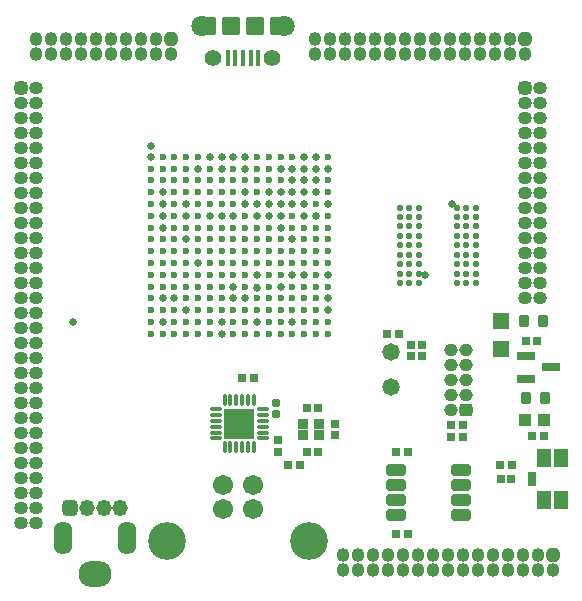
<source format=gts>
G04*
G04 #@! TF.GenerationSoftware,Altium Limited,Altium Designer,19.1.6 (110)*
G04*
G04 Layer_Color=8388736*
%FSLAX25Y25*%
%MOIN*%
G70*
G01*
G75*
G04:AMPARAMS|DCode=18|XSize=59.06mil|YSize=61.02mil|CornerRadius=7.68mil|HoleSize=0mil|Usage=FLASHONLY|Rotation=180.000|XOffset=0mil|YOffset=0mil|HoleType=Round|Shape=RoundedRectangle|*
%AMROUNDEDRECTD18*
21,1,0.05906,0.04567,0,0,180.0*
21,1,0.04370,0.06102,0,0,180.0*
1,1,0.01535,-0.02185,0.02284*
1,1,0.01535,0.02185,0.02284*
1,1,0.01535,0.02185,-0.02284*
1,1,0.01535,-0.02185,-0.02284*
%
%ADD18ROUNDEDRECTD18*%
G04:AMPARAMS|DCode=19|XSize=51.18mil|YSize=62.99mil|CornerRadius=6.65mil|HoleSize=0mil|Usage=FLASHONLY|Rotation=180.000|XOffset=0mil|YOffset=0mil|HoleType=Round|Shape=RoundedRectangle|*
%AMROUNDEDRECTD19*
21,1,0.05118,0.04969,0,0,180.0*
21,1,0.03787,0.06299,0,0,180.0*
1,1,0.01331,-0.01894,0.02484*
1,1,0.01331,0.01894,0.02484*
1,1,0.01331,0.01894,-0.02484*
1,1,0.01331,-0.01894,-0.02484*
%
%ADD19ROUNDEDRECTD19*%
G04:AMPARAMS|DCode=20|XSize=15.75mil|YSize=53.15mil|CornerRadius=2.05mil|HoleSize=0mil|Usage=FLASHONLY|Rotation=180.000|XOffset=0mil|YOffset=0mil|HoleType=Round|Shape=RoundedRectangle|*
%AMROUNDEDRECTD20*
21,1,0.01575,0.04906,0,0,180.0*
21,1,0.01165,0.05315,0,0,180.0*
1,1,0.00409,-0.00583,0.02453*
1,1,0.00409,0.00583,0.02453*
1,1,0.00409,0.00583,-0.02453*
1,1,0.00409,-0.00583,-0.02453*
%
%ADD20ROUNDEDRECTD20*%
%ADD37R,0.03661X0.03465*%
G04:AMPARAMS|DCode=38|XSize=15.35mil|YSize=38.58mil|CornerRadius=5.12mil|HoleSize=0mil|Usage=FLASHONLY|Rotation=0.000|XOffset=0mil|YOffset=0mil|HoleType=Round|Shape=RoundedRectangle|*
%AMROUNDEDRECTD38*
21,1,0.01535,0.02835,0,0,0.0*
21,1,0.00512,0.03858,0,0,0.0*
1,1,0.01024,0.00256,-0.01417*
1,1,0.01024,-0.00256,-0.01417*
1,1,0.01024,-0.00256,0.01417*
1,1,0.01024,0.00256,0.01417*
%
%ADD38ROUNDEDRECTD38*%
G04:AMPARAMS|DCode=39|XSize=15.35mil|YSize=38.58mil|CornerRadius=5.12mil|HoleSize=0mil|Usage=FLASHONLY|Rotation=270.000|XOffset=0mil|YOffset=0mil|HoleType=Round|Shape=RoundedRectangle|*
%AMROUNDEDRECTD39*
21,1,0.01535,0.02835,0,0,270.0*
21,1,0.00512,0.03858,0,0,270.0*
1,1,0.01024,-0.01417,-0.00256*
1,1,0.01024,-0.01417,0.00256*
1,1,0.01024,0.01417,0.00256*
1,1,0.01024,0.01417,-0.00256*
%
%ADD39ROUNDEDRECTD39*%
%ADD40R,0.10394X0.10394*%
%ADD41C,0.02362*%
%ADD42C,0.05800*%
G04:AMPARAMS|DCode=43|XSize=35.5mil|YSize=39.43mil|CornerRadius=6.1mil|HoleSize=0mil|Usage=FLASHONLY|Rotation=0.000|XOffset=0mil|YOffset=0mil|HoleType=Round|Shape=RoundedRectangle|*
%AMROUNDEDRECTD43*
21,1,0.03550,0.02724,0,0,0.0*
21,1,0.02331,0.03943,0,0,0.0*
1,1,0.01219,0.01165,-0.01362*
1,1,0.01219,-0.01165,-0.01362*
1,1,0.01219,-0.01165,0.01362*
1,1,0.01219,0.01165,0.01362*
%
%ADD43ROUNDEDRECTD43*%
%ADD44R,0.05918X0.03162*%
%ADD45R,0.05524X0.05524*%
%ADD46C,0.02165*%
%ADD47R,0.04934X0.06312*%
%ADD48R,0.02769X0.05131*%
%ADD49R,0.03950X0.03950*%
G04:AMPARAMS|DCode=50|XSize=39.58mil|YSize=67.25mil|CornerRadius=11.89mil|HoleSize=0mil|Usage=FLASHONLY|Rotation=270.000|XOffset=0mil|YOffset=0mil|HoleType=Round|Shape=RoundedRectangle|*
%AMROUNDEDRECTD50*
21,1,0.03958,0.04347,0,0,270.0*
21,1,0.01579,0.06725,0,0,270.0*
1,1,0.02379,-0.02173,-0.00789*
1,1,0.02379,-0.02173,0.00789*
1,1,0.02379,0.02173,0.00789*
1,1,0.02379,0.02173,-0.00789*
%
%ADD50ROUNDEDRECTD50*%
G04:AMPARAMS|DCode=51|XSize=27.69mil|YSize=29.65mil|CornerRadius=8.92mil|HoleSize=0mil|Usage=FLASHONLY|Rotation=270.000|XOffset=0mil|YOffset=0mil|HoleType=Round|Shape=RoundedRectangle|*
%AMROUNDEDRECTD51*
21,1,0.02769,0.01181,0,0,270.0*
21,1,0.00984,0.02965,0,0,270.0*
1,1,0.01784,-0.00591,-0.00492*
1,1,0.01784,-0.00591,0.00492*
1,1,0.01784,0.00591,0.00492*
1,1,0.01784,0.00591,-0.00492*
%
%ADD51ROUNDEDRECTD51*%
%ADD52R,0.02769X0.02769*%
%ADD53R,0.02769X0.02769*%
G04:AMPARAMS|DCode=54|XSize=27.69mil|YSize=29.65mil|CornerRadius=8.92mil|HoleSize=0mil|Usage=FLASHONLY|Rotation=180.000|XOffset=0mil|YOffset=0mil|HoleType=Round|Shape=RoundedRectangle|*
%AMROUNDEDRECTD54*
21,1,0.02769,0.01181,0,0,180.0*
21,1,0.00984,0.02965,0,0,180.0*
1,1,0.01784,-0.00492,0.00591*
1,1,0.01784,0.00492,0.00591*
1,1,0.01784,0.00492,-0.00591*
1,1,0.01784,-0.00492,-0.00591*
%
%ADD54ROUNDEDRECTD54*%
%ADD55O,0.04540X0.04343*%
G04:AMPARAMS|DCode=56|XSize=43.43mil|YSize=45.4mil|CornerRadius=12.86mil|HoleSize=0mil|Usage=FLASHONLY|Rotation=270.000|XOffset=0mil|YOffset=0mil|HoleType=Round|Shape=RoundedRectangle|*
%AMROUNDEDRECTD56*
21,1,0.04343,0.01968,0,0,270.0*
21,1,0.01772,0.04540,0,0,270.0*
1,1,0.02572,-0.00984,-0.00886*
1,1,0.02572,-0.00984,0.00886*
1,1,0.02572,0.00984,0.00886*
1,1,0.02572,0.00984,-0.00886*
%
%ADD56ROUNDEDRECTD56*%
G04:AMPARAMS|DCode=57|XSize=43.43mil|YSize=45.4mil|CornerRadius=12.86mil|HoleSize=0mil|Usage=FLASHONLY|Rotation=180.000|XOffset=0mil|YOffset=0mil|HoleType=Round|Shape=RoundedRectangle|*
%AMROUNDEDRECTD57*
21,1,0.04343,0.01968,0,0,180.0*
21,1,0.01772,0.04540,0,0,180.0*
1,1,0.02572,-0.00886,0.00984*
1,1,0.02572,0.00886,0.00984*
1,1,0.02572,0.00886,-0.00984*
1,1,0.02572,-0.00886,-0.00984*
%
%ADD57ROUNDEDRECTD57*%
%ADD58O,0.04343X0.04540*%
%ADD59C,0.07087*%
%ADD60C,0.05500*%
%ADD61O,0.04488X0.04291*%
G04:AMPARAMS|DCode=62|XSize=42.91mil|YSize=44.88mil|CornerRadius=12.11mil|HoleSize=0mil|Usage=FLASHONLY|Rotation=90.000|XOffset=0mil|YOffset=0mil|HoleType=Round|Shape=RoundedRectangle|*
%AMROUNDEDRECTD62*
21,1,0.04291,0.02067,0,0,90.0*
21,1,0.01870,0.04488,0,0,90.0*
1,1,0.02421,0.01034,0.00935*
1,1,0.02421,0.01034,-0.00935*
1,1,0.02421,-0.01034,-0.00935*
1,1,0.02421,-0.01034,0.00935*
%
%ADD62ROUNDEDRECTD62*%
%ADD63C,0.06706*%
%ADD64C,0.12611*%
%ADD65O,0.06312X0.11036*%
%ADD66O,0.05079X0.05472*%
G04:AMPARAMS|DCode=67|XSize=50.79mil|YSize=54.72mil|CornerRadius=14.57mil|HoleSize=0mil|Usage=FLASHONLY|Rotation=0.000|XOffset=0mil|YOffset=0mil|HoleType=Round|Shape=RoundedRectangle|*
%AMROUNDEDRECTD67*
21,1,0.05079,0.02559,0,0,0.0*
21,1,0.02165,0.05472,0,0,0.0*
1,1,0.02913,0.01083,-0.01280*
1,1,0.02913,-0.01083,-0.01280*
1,1,0.02913,-0.01083,0.01280*
1,1,0.02913,0.01083,0.01280*
%
%ADD67ROUNDEDRECTD67*%
%ADD68O,0.11036X0.08674*%
%ADD69C,0.02520*%
%ADD70C,0.02572*%
D18*
X148819Y240551D02*
D03*
X140945D02*
D03*
D19*
X156461D02*
D03*
X133302D02*
D03*
D20*
X150000Y229921D02*
D03*
X147441D02*
D03*
X144882D02*
D03*
X142323D02*
D03*
X139764D02*
D03*
D37*
X170374Y107874D02*
D03*
Y103937D02*
D03*
X165059Y107874D02*
D03*
Y103937D02*
D03*
D38*
X148622Y115787D02*
D03*
X146653D02*
D03*
X144685D02*
D03*
X148622Y99961D02*
D03*
X146653D02*
D03*
X144685D02*
D03*
X140748Y115787D02*
D03*
X142717D02*
D03*
X138779D02*
D03*
X140748Y99961D02*
D03*
X142717D02*
D03*
X138779D02*
D03*
D39*
X151614Y110827D02*
D03*
Y108858D02*
D03*
Y112795D02*
D03*
Y106890D02*
D03*
Y104921D02*
D03*
Y102953D02*
D03*
X135787Y112795D02*
D03*
Y108858D02*
D03*
Y106890D02*
D03*
Y110827D02*
D03*
Y104921D02*
D03*
Y102953D02*
D03*
D40*
X143701Y107874D02*
D03*
D41*
X173228Y196850D02*
D03*
X169291D02*
D03*
X173228Y192913D02*
D03*
X165354D02*
D03*
X169291D02*
D03*
X173228Y188976D02*
D03*
Y185039D02*
D03*
X169291Y188976D02*
D03*
Y185039D02*
D03*
X165354Y196850D02*
D03*
X161417D02*
D03*
Y192913D02*
D03*
X157480Y196850D02*
D03*
Y192913D02*
D03*
X165354Y188976D02*
D03*
Y185039D02*
D03*
X161417Y188976D02*
D03*
Y185039D02*
D03*
X173228Y177165D02*
D03*
Y181102D02*
D03*
Y173228D02*
D03*
X169291Y181102D02*
D03*
Y177165D02*
D03*
X173228Y169291D02*
D03*
Y165354D02*
D03*
X169291Y173228D02*
D03*
Y169291D02*
D03*
X165354Y181102D02*
D03*
Y177165D02*
D03*
X161417Y181102D02*
D03*
Y177165D02*
D03*
X165354Y173228D02*
D03*
Y169291D02*
D03*
X161417Y173228D02*
D03*
Y169291D02*
D03*
X153543Y192913D02*
D03*
Y196850D02*
D03*
X157480Y188976D02*
D03*
X149606Y192913D02*
D03*
X153543Y188976D02*
D03*
X157480Y185039D02*
D03*
X153543Y181102D02*
D03*
X149606Y188976D02*
D03*
X153543Y185039D02*
D03*
X145669Y196850D02*
D03*
X149606D02*
D03*
X145669Y192913D02*
D03*
Y188976D02*
D03*
Y185039D02*
D03*
X149606D02*
D03*
X141732Y181102D02*
D03*
X145669D02*
D03*
X157480Y177165D02*
D03*
Y181102D02*
D03*
X153543Y177165D02*
D03*
X149606Y181102D02*
D03*
Y177165D02*
D03*
X157480Y173228D02*
D03*
Y169291D02*
D03*
X153543Y173228D02*
D03*
Y169291D02*
D03*
X145669Y177165D02*
D03*
X149606Y173228D02*
D03*
X141732Y177165D02*
D03*
X145669Y173228D02*
D03*
Y169291D02*
D03*
X149606D02*
D03*
X173228Y161417D02*
D03*
X169291Y165354D02*
D03*
X173228Y157480D02*
D03*
X169291Y161417D02*
D03*
Y157480D02*
D03*
X173228Y153543D02*
D03*
X165354Y165354D02*
D03*
Y161417D02*
D03*
X161417Y165354D02*
D03*
Y161417D02*
D03*
X165354Y157480D02*
D03*
X169291Y153543D02*
D03*
X161417Y157480D02*
D03*
Y153543D02*
D03*
X173228Y145669D02*
D03*
Y149606D02*
D03*
Y141732D02*
D03*
X169291Y149606D02*
D03*
Y145669D02*
D03*
Y141732D02*
D03*
X173228Y137795D02*
D03*
X165354D02*
D03*
X169291D02*
D03*
X165354Y153543D02*
D03*
Y149606D02*
D03*
X161417D02*
D03*
Y145669D02*
D03*
X165354D02*
D03*
Y141732D02*
D03*
X161417D02*
D03*
Y137795D02*
D03*
X157480Y165354D02*
D03*
X153543D02*
D03*
X157480Y161417D02*
D03*
X149606D02*
D03*
X153543D02*
D03*
X157480Y157480D02*
D03*
Y153543D02*
D03*
X153543Y157480D02*
D03*
Y153543D02*
D03*
X145669Y165354D02*
D03*
X149606D02*
D03*
X141732Y161417D02*
D03*
X145669D02*
D03*
X149606Y157480D02*
D03*
Y153543D02*
D03*
X145669Y157480D02*
D03*
Y153543D02*
D03*
X157480Y149606D02*
D03*
X153543D02*
D03*
X157480Y145669D02*
D03*
X149606D02*
D03*
X153543D02*
D03*
X157480Y141732D02*
D03*
Y137795D02*
D03*
X153543Y141732D02*
D03*
Y137795D02*
D03*
X145669Y149606D02*
D03*
X149606D02*
D03*
X141732Y153543D02*
D03*
X145669Y145669D02*
D03*
X149606Y141732D02*
D03*
Y137795D02*
D03*
X145669Y141732D02*
D03*
Y137795D02*
D03*
X141732Y196850D02*
D03*
X137795D02*
D03*
X141732Y192913D02*
D03*
X133858Y196850D02*
D03*
X137795Y192913D02*
D03*
X141732Y188976D02*
D03*
Y185039D02*
D03*
X137795Y188976D02*
D03*
Y185039D02*
D03*
X129921Y196850D02*
D03*
X133858Y192913D02*
D03*
Y188976D02*
D03*
Y185039D02*
D03*
X129921Y192913D02*
D03*
Y188976D02*
D03*
X137795Y177165D02*
D03*
Y181102D02*
D03*
X141732Y173228D02*
D03*
X133858Y177165D02*
D03*
X137795Y173228D02*
D03*
X141732Y169291D02*
D03*
Y165354D02*
D03*
X137795Y169291D02*
D03*
Y165354D02*
D03*
X133858Y181102D02*
D03*
Y173228D02*
D03*
X129921Y185039D02*
D03*
Y173228D02*
D03*
X133858Y169291D02*
D03*
Y165354D02*
D03*
X129921Y169291D02*
D03*
Y165354D02*
D03*
X125984Y192913D02*
D03*
Y196850D02*
D03*
Y188976D02*
D03*
X122047Y196850D02*
D03*
Y192913D02*
D03*
Y188976D02*
D03*
X125984Y185039D02*
D03*
X122047D02*
D03*
Y181102D02*
D03*
X118110Y196850D02*
D03*
Y192913D02*
D03*
X114173Y196850D02*
D03*
Y192913D02*
D03*
X118110Y188976D02*
D03*
Y185039D02*
D03*
X114173Y188976D02*
D03*
Y185039D02*
D03*
X129921Y181102D02*
D03*
X125984D02*
D03*
X129921Y177165D02*
D03*
X122047D02*
D03*
X125984D02*
D03*
Y173228D02*
D03*
Y169291D02*
D03*
X122047Y173228D02*
D03*
Y169291D02*
D03*
X118110Y181102D02*
D03*
Y177165D02*
D03*
X114173Y181102D02*
D03*
Y177165D02*
D03*
X118110Y173228D02*
D03*
Y169291D02*
D03*
X114173Y173228D02*
D03*
Y169291D02*
D03*
X141732Y157480D02*
D03*
X137795Y161417D02*
D03*
Y157480D02*
D03*
X133858Y161417D02*
D03*
Y157480D02*
D03*
X137795Y153543D02*
D03*
Y149606D02*
D03*
X133858Y153543D02*
D03*
Y149606D02*
D03*
X129921Y161417D02*
D03*
Y157480D02*
D03*
X125984Y165354D02*
D03*
Y161417D02*
D03*
X129921Y153543D02*
D03*
X125984Y157480D02*
D03*
Y153543D02*
D03*
X141732Y145669D02*
D03*
Y149606D02*
D03*
Y141732D02*
D03*
X133858Y145669D02*
D03*
X137795D02*
D03*
Y141732D02*
D03*
X141732Y137795D02*
D03*
X133858Y141732D02*
D03*
X137795Y137795D02*
D03*
X129921Y141732D02*
D03*
X133858Y137795D02*
D03*
X129921Y149606D02*
D03*
Y145669D02*
D03*
Y137795D02*
D03*
X122047Y161417D02*
D03*
Y165354D02*
D03*
Y157480D02*
D03*
X118110Y165354D02*
D03*
Y161417D02*
D03*
X122047Y153543D02*
D03*
X125984Y149606D02*
D03*
X118110Y153543D02*
D03*
Y149606D02*
D03*
X114173Y157480D02*
D03*
X118110D02*
D03*
X114173Y165354D02*
D03*
Y161417D02*
D03*
Y153543D02*
D03*
X125984Y145669D02*
D03*
X122047Y149606D02*
D03*
X125984Y141732D02*
D03*
X118110Y145669D02*
D03*
X122047D02*
D03*
Y141732D02*
D03*
X125984Y137795D02*
D03*
X118110D02*
D03*
X122047D02*
D03*
X114173Y141732D02*
D03*
X118110D02*
D03*
X114173Y149606D02*
D03*
Y145669D02*
D03*
Y137795D02*
D03*
D42*
X194095Y120079D02*
D03*
Y131890D02*
D03*
D43*
X245473Y116556D02*
D03*
X239173D02*
D03*
X244882Y142126D02*
D03*
X238583D02*
D03*
D44*
X247441Y126671D02*
D03*
X239173Y130411D02*
D03*
Y122931D02*
D03*
D45*
X230883Y132874D02*
D03*
Y142126D02*
D03*
D46*
X222441Y176772D02*
D03*
Y179921D02*
D03*
Y173622D02*
D03*
X219291Y179921D02*
D03*
Y176772D02*
D03*
X222441Y170472D02*
D03*
Y167323D02*
D03*
X219291Y173622D02*
D03*
Y167323D02*
D03*
X216142Y176772D02*
D03*
Y179921D02*
D03*
Y170472D02*
D03*
X203543Y173622D02*
D03*
X216142D02*
D03*
X219291Y170472D02*
D03*
X216142Y167323D02*
D03*
X222441Y161024D02*
D03*
Y157874D02*
D03*
Y154724D02*
D03*
Y164173D02*
D03*
X219291D02*
D03*
Y161024D02*
D03*
X216142Y164173D02*
D03*
Y161024D02*
D03*
X219291Y157874D02*
D03*
Y154724D02*
D03*
X216142Y157874D02*
D03*
Y154724D02*
D03*
X200394Y179921D02*
D03*
X203543D02*
D03*
Y170472D02*
D03*
Y167323D02*
D03*
X200394Y176772D02*
D03*
X203543D02*
D03*
X200394Y173622D02*
D03*
X197244D02*
D03*
X200394Y170472D02*
D03*
X197244Y179921D02*
D03*
Y176772D02*
D03*
X200394Y167323D02*
D03*
Y164173D02*
D03*
X197244Y170472D02*
D03*
Y167323D02*
D03*
X203543Y161024D02*
D03*
Y164173D02*
D03*
Y157874D02*
D03*
X200394D02*
D03*
X203543Y154724D02*
D03*
X197244Y161024D02*
D03*
Y164173D02*
D03*
X200394Y161024D02*
D03*
Y154724D02*
D03*
X197244Y157874D02*
D03*
Y154724D02*
D03*
D47*
X250886Y96457D02*
D03*
Y82284D02*
D03*
X245177Y96457D02*
D03*
Y82284D02*
D03*
D48*
X241339Y89370D02*
D03*
D49*
X245374Y109055D02*
D03*
X238878D02*
D03*
D50*
X217520Y87520D02*
D03*
Y92520D02*
D03*
Y82520D02*
D03*
Y77520D02*
D03*
X196063Y92520D02*
D03*
Y82520D02*
D03*
Y87520D02*
D03*
Y77520D02*
D03*
D51*
X234311Y89370D02*
D03*
X230768D02*
D03*
X169894Y112992D02*
D03*
X166350D02*
D03*
X169894Y98499D02*
D03*
X166350D02*
D03*
X242913Y135433D02*
D03*
X239370D02*
D03*
D52*
X234508Y94095D02*
D03*
X230571D02*
D03*
X196850Y137795D02*
D03*
X192913D02*
D03*
X148425Y123228D02*
D03*
X144488D02*
D03*
X218110Y107480D02*
D03*
X214173D02*
D03*
X218110Y103543D02*
D03*
X214173D02*
D03*
X245276Y103829D02*
D03*
X241339D02*
D03*
X163779Y94095D02*
D03*
X159843D02*
D03*
X200000Y98425D02*
D03*
X196063D02*
D03*
X200000Y71260D02*
D03*
X196063D02*
D03*
D53*
X175602Y107874D02*
D03*
Y103937D02*
D03*
X156693Y102362D02*
D03*
Y98425D02*
D03*
X204724Y134252D02*
D03*
Y130315D02*
D03*
X200787Y134252D02*
D03*
Y130315D02*
D03*
D54*
X156074Y114764D02*
D03*
Y111221D02*
D03*
D55*
X75984Y204685D02*
D03*
Y209685D02*
D03*
Y199685D02*
D03*
Y219685D02*
D03*
Y214685D02*
D03*
Y184685D02*
D03*
Y179685D02*
D03*
Y194685D02*
D03*
Y189685D02*
D03*
Y164685D02*
D03*
Y159685D02*
D03*
Y174685D02*
D03*
Y169685D02*
D03*
Y154685D02*
D03*
Y149685D02*
D03*
X70984Y144685D02*
D03*
X75984D02*
D03*
Y134685D02*
D03*
Y139685D02*
D03*
Y129685D02*
D03*
Y124685D02*
D03*
Y109685D02*
D03*
Y79685D02*
D03*
Y119685D02*
D03*
Y114685D02*
D03*
Y104685D02*
D03*
Y99685D02*
D03*
X70984Y124685D02*
D03*
Y109685D02*
D03*
X75984Y84685D02*
D03*
Y74685D02*
D03*
Y94685D02*
D03*
Y89685D02*
D03*
X70984Y209685D02*
D03*
Y214685D02*
D03*
Y204685D02*
D03*
Y189685D02*
D03*
Y164685D02*
D03*
Y199685D02*
D03*
Y194685D02*
D03*
Y184685D02*
D03*
Y179685D02*
D03*
Y159685D02*
D03*
Y154685D02*
D03*
Y174685D02*
D03*
Y169685D02*
D03*
Y139685D02*
D03*
Y129685D02*
D03*
Y149685D02*
D03*
Y119685D02*
D03*
Y114685D02*
D03*
Y104685D02*
D03*
Y99685D02*
D03*
Y94685D02*
D03*
Y134685D02*
D03*
Y79685D02*
D03*
Y74685D02*
D03*
Y89685D02*
D03*
Y84685D02*
D03*
X243976Y209685D02*
D03*
Y204685D02*
D03*
Y214685D02*
D03*
Y189685D02*
D03*
Y199685D02*
D03*
Y219685D02*
D03*
Y194685D02*
D03*
X238976Y204685D02*
D03*
X243976Y184685D02*
D03*
X238976Y189685D02*
D03*
X243976Y179685D02*
D03*
Y174685D02*
D03*
Y164685D02*
D03*
Y169685D02*
D03*
Y159685D02*
D03*
X238976Y169685D02*
D03*
X243976Y149685D02*
D03*
Y154685D02*
D03*
X238976Y214685D02*
D03*
Y184685D02*
D03*
Y209685D02*
D03*
Y194685D02*
D03*
Y199685D02*
D03*
Y179685D02*
D03*
Y174685D02*
D03*
Y164685D02*
D03*
Y159685D02*
D03*
Y149685D02*
D03*
Y154685D02*
D03*
D56*
X70984Y219685D02*
D03*
X238976D02*
D03*
D57*
X120984Y236221D02*
D03*
X248228Y64055D02*
D03*
X238976Y236221D02*
D03*
D58*
X115984D02*
D03*
X105984D02*
D03*
X100984D02*
D03*
X110984D02*
D03*
X120984Y231221D02*
D03*
X115984D02*
D03*
X110984D02*
D03*
X100984D02*
D03*
X95984D02*
D03*
X105984D02*
D03*
X95984Y236221D02*
D03*
X90984D02*
D03*
X85984D02*
D03*
X80984D02*
D03*
X75984D02*
D03*
X85984Y231221D02*
D03*
X90984D02*
D03*
X75984D02*
D03*
X80984D02*
D03*
X243228Y64055D02*
D03*
X238228D02*
D03*
X218228D02*
D03*
X223228D02*
D03*
X213228D02*
D03*
X233228D02*
D03*
X228228D02*
D03*
X248228Y59055D02*
D03*
X243228D02*
D03*
X238228D02*
D03*
X233228D02*
D03*
X218228D02*
D03*
X213228D02*
D03*
X228228D02*
D03*
X223228D02*
D03*
X203228Y64055D02*
D03*
X208228D02*
D03*
X198228Y59055D02*
D03*
Y64055D02*
D03*
X183228D02*
D03*
X178228D02*
D03*
X193228D02*
D03*
X188228D02*
D03*
X193228Y59055D02*
D03*
X208228D02*
D03*
X203228D02*
D03*
X178228D02*
D03*
X188228D02*
D03*
X183228D02*
D03*
X233976Y236221D02*
D03*
X228976D02*
D03*
X208976D02*
D03*
X213976D02*
D03*
X203976D02*
D03*
X223976D02*
D03*
X218976D02*
D03*
X238976Y231221D02*
D03*
X233976D02*
D03*
X228976D02*
D03*
X223976D02*
D03*
X208976D02*
D03*
X203976D02*
D03*
X218976D02*
D03*
X213976D02*
D03*
X193976Y236221D02*
D03*
X198976D02*
D03*
X188976Y231221D02*
D03*
Y236221D02*
D03*
X173976D02*
D03*
X168976D02*
D03*
X183976D02*
D03*
X178976D02*
D03*
X183976Y231221D02*
D03*
X198976D02*
D03*
X193976D02*
D03*
X168976D02*
D03*
X178976D02*
D03*
X173976D02*
D03*
D59*
X158661Y240551D02*
D03*
X131102D02*
D03*
D60*
X154724Y229921D02*
D03*
X135039D02*
D03*
D61*
X219291Y132441D02*
D03*
Y127441D02*
D03*
Y122441D02*
D03*
Y117441D02*
D03*
X214291Y132441D02*
D03*
Y117441D02*
D03*
Y127441D02*
D03*
Y122441D02*
D03*
Y112441D02*
D03*
D62*
X219291D02*
D03*
D63*
X148228Y87441D02*
D03*
Y79567D02*
D03*
X138386D02*
D03*
Y87441D02*
D03*
D64*
X167008Y68898D02*
D03*
X119606D02*
D03*
D65*
X106299Y69685D02*
D03*
X85039D02*
D03*
D66*
X103937Y79921D02*
D03*
X98425D02*
D03*
X92913D02*
D03*
D67*
X87402D02*
D03*
D68*
X95669Y57874D02*
D03*
D69*
X145866Y110039D02*
D03*
Y105709D02*
D03*
X141535Y110039D02*
D03*
Y105709D02*
D03*
D70*
X149606Y153149D02*
D03*
X88189Y141732D02*
D03*
X165354Y177165D02*
D03*
X125984D02*
D03*
X205511Y157480D02*
D03*
X137795Y141732D02*
D03*
X173228Y157480D02*
D03*
X161417Y169291D02*
D03*
X157480Y173228D02*
D03*
X157480Y177165D02*
D03*
X122047Y149606D02*
D03*
X114173Y200394D02*
D03*
X165354Y185039D02*
D03*
X125984Y181102D02*
D03*
X118110Y185039D02*
D03*
X125984Y145669D02*
D03*
X118110Y149606D02*
D03*
X157480Y153543D02*
D03*
X149606Y141732D02*
D03*
X161417Y157480D02*
D03*
X165354D02*
D03*
X149606Y157480D02*
D03*
X153543Y185039D02*
D03*
X161417Y188976D02*
D03*
X165354Y192913D02*
D03*
X169291D02*
D03*
X165354Y188976D02*
D03*
X173228Y192913D02*
D03*
X165354Y181102D02*
D03*
X169291Y185039D02*
D03*
X169291Y188976D02*
D03*
X137795Y177165D02*
D03*
X141732Y177165D02*
D03*
X145669Y185039D02*
D03*
Y181102D02*
D03*
X149606D02*
D03*
X149606Y177165D02*
D03*
X153543Y181102D02*
D03*
X165354Y196850D02*
D03*
X114173D02*
D03*
X173228Y145669D02*
D03*
X173228Y181102D02*
D03*
X161417D02*
D03*
X153543Y177165D02*
D03*
X169291Y196850D02*
D03*
X161417Y192913D02*
D03*
X173228Y149606D02*
D03*
X161417Y141732D02*
D03*
X145669Y149606D02*
D03*
X118110Y173228D02*
D03*
Y177165D02*
D03*
Y181102D02*
D03*
X157480Y185039D02*
D03*
X161417D02*
D03*
X157480Y181102D02*
D03*
X214566Y181102D02*
D03*
X133858Y177165D02*
D03*
X145669Y196850D02*
D03*
X141732D02*
D03*
X129921Y192913D02*
D03*
X137795D02*
D03*
X133858Y196850D02*
D03*
X137795D02*
D03*
X129921Y161417D02*
D03*
X141732Y153543D02*
D03*
X118110Y141732D02*
D03*
X157480Y192913D02*
D03*
X145669D02*
D03*
X137795Y137795D02*
D03*
X169291Y177165D02*
D03*
X125984Y169291D02*
D03*
X141732Y149606D02*
D03*
M02*

</source>
